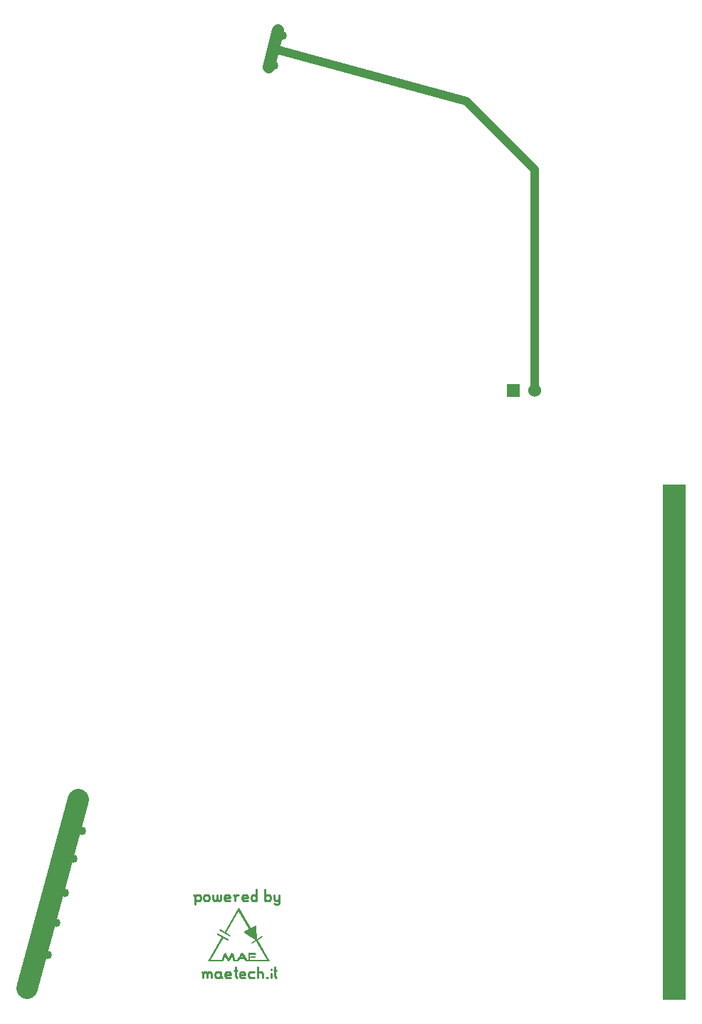
<source format=gbr>
G04 start of page 2 for group 0 idx 0 *
G04 Title: Stand for Heart, component *
G04 Creator: pcb 4.0.2 *
G04 CreationDate: Wed Apr  3 11:17:26 2019 UTC *
G04 For: alez *
G04 Format: Gerber/RS-274X *
G04 PCB-Dimensions (mil): 3346.46 4724.41 *
G04 PCB-Coordinate-Origin: lower left *
%MOIN*%
%FSLAX25Y25*%
%LNTOP*%
%ADD17C,0.0200*%
%ADD16C,0.0550*%
%ADD15C,0.1000*%
%ADD14C,0.0600*%
%ADD13C,0.0100*%
%ADD12C,0.0400*%
%ADD11C,0.0001*%
G54D11*G36*
X120862Y27650D02*Y27759D01*
X123254D01*
X123368Y26842D01*
X121084D01*
X120840Y27119D01*
X120862Y27650D01*
G37*
G36*
X116966Y29392D02*X117520Y29104D01*
X119847Y25171D01*
X118692D01*
X118019Y26289D01*
X115990D01*
X116516Y27151D01*
X117411Y27205D01*
X116972Y28030D01*
X115230Y25171D01*
X114080D01*
X115859Y28139D01*
X116299Y28893D01*
X116966Y29392D01*
G37*
G36*
X108872Y29441D02*X109284Y29224D01*
X110673Y26565D01*
X112056Y29224D01*
X112935Y29110D01*
X113906Y25155D01*
X112892D01*
X112360Y27737D01*
X111188Y25486D01*
X110277Y25296D01*
X108986Y27737D01*
X108454Y25155D01*
X107439D01*
X108259Y28529D01*
X108872Y29441D01*
G37*
G36*
X105606Y38447D02*X105779Y38398D01*
X110646Y35588D01*
X110776Y35099D01*
X110293Y34969D01*
X105421Y37779D01*
X105253Y38186D01*
X105606Y38447D01*
G37*
G36*
X106642Y40302D02*X106848Y40248D01*
X111715Y37438D01*
X111845Y36955D01*
X111362Y36825D01*
X106490Y39635D01*
X106316Y40025D01*
X106642Y40302D01*
G37*
G36*
X112789Y25925D02*X112767Y26050D01*
X115626D01*
X115214Y25155D01*
X113114D01*
X112848Y25420D01*
X112789Y25925D01*
G37*
G36*
X115604Y50328D02*X130134Y25155D01*
X118740D01*
X118241Y26050D01*
X128604D01*
X115507Y48728D01*
X109490Y38306D01*
X108660Y38658D01*
X115408Y50328D01*
X115604Y50328D01*
G37*
G36*
X119874Y29272D02*Y29381D01*
X123433D01*
X123542Y28464D01*
X120786D01*
Y26082D01*
X123433D01*
X123542Y25155D01*
X119874D01*
Y29272D01*
G37*
G36*
X126537Y36846D02*X126428Y36325D01*
X121556Y33515D01*
X121046Y33629D01*
X121203Y34128D01*
X126070Y36938D01*
X126537Y36846D01*
G37*
G36*
X123622Y42138D02*Y41744D01*
X124016Y35445D01*
Y35051D01*
X123622D01*
X118111Y38595D01*
Y39382D01*
X123229Y42138D01*
X123622D01*
G37*
G36*
X107656Y36928D02*X107673Y36955D01*
X107700Y37004D01*
X108389Y36407D01*
X102410Y26050D01*
X108503D01*
X108416Y25160D01*
X100853D01*
X107656Y36928D01*
G37*
G54D12*X131459Y452398D02*X222045Y427639D01*
G54D13*X118724Y44046D02*X126151Y31177D01*
G54D12*X222000Y427651D02*X254000Y395651D01*
Y292441D01*
G54D13*X94952Y55723D02*Y51823D01*
X94302Y56373D02*X94952Y55723D01*
X95602Y56373D01*
X96902D01*
X97552Y55723D01*
Y54423D01*
X96902Y53773D02*X97552Y54423D01*
X95602Y53773D02*X96902D01*
X94952Y54423D02*X95602Y53773D01*
X99112Y55723D02*Y54423D01*
Y55723D02*X99762Y56373D01*
X101062D01*
X101712Y55723D01*
Y54423D01*
X101062Y53773D02*X101712Y54423D01*
X99762Y53773D02*X101062D01*
X99112Y54423D02*X99762Y53773D01*
X103272Y56373D02*Y54423D01*
X103922Y53773D01*
X104572D01*
X105222Y54423D01*
Y56373D02*Y54423D01*
X105872Y53773D01*
X106522D01*
X107172Y54423D01*
Y56373D02*Y54423D01*
X109382Y53773D02*X111332D01*
X108732Y54423D02*X109382Y53773D01*
X108732Y55723D02*Y54423D01*
Y55723D02*X109382Y56373D01*
X110682D01*
X111332Y55723D01*
X108732Y55073D02*X111332D01*
Y55723D02*Y55073D01*
X113542Y55723D02*Y53773D01*
Y55723D02*X114192Y56373D01*
X115492D01*
X112892D02*X113542Y55723D01*
X117702Y53773D02*X119652D01*
X117052Y54423D02*X117702Y53773D01*
X117052Y55723D02*Y54423D01*
Y55723D02*X117702Y56373D01*
X119002D01*
X119652Y55723D01*
X117052Y55073D02*X119652D01*
Y55723D02*Y55073D01*
X123812Y58973D02*Y53773D01*
X123162D02*X123812Y54423D01*
X121862Y53773D02*X123162D01*
X121212Y54423D02*X121862Y53773D01*
X121212Y55723D02*Y54423D01*
Y55723D02*X121862Y56373D01*
X123162D01*
X123812Y55723D01*
X127712Y58973D02*Y53773D01*
Y54423D02*X128362Y53773D01*
X129662D01*
X130312Y54423D01*
Y55723D02*Y54423D01*
X129662Y56373D02*X130312Y55723D01*
X128362Y56373D02*X129662D01*
X127712Y55723D02*X128362Y56373D01*
X131872D02*Y54423D01*
X132522Y53773D01*
X134472Y56373D02*Y52473D01*
X133822Y51823D02*X134472Y52473D01*
X132522Y51823D02*X133822D01*
X131872Y52473D02*X132522Y51823D01*
Y53773D02*X133822D01*
X134472Y54423D01*
X98828Y19540D02*Y17590D01*
Y19540D02*X99478Y20190D01*
X100128D01*
X100778Y19540D01*
Y17590D01*
Y19540D02*X101428Y20190D01*
X102078D01*
X102728Y19540D01*
Y17590D01*
X98178Y20190D02*X98828Y19540D01*
X106238Y20190D02*X106888Y19540D01*
X104938Y20190D02*X106238D01*
X104288Y19540D02*X104938Y20190D01*
X104288Y19540D02*Y18240D01*
X104938Y17590D01*
X106888Y20190D02*Y18240D01*
X107538Y17590D01*
X104938D02*X106238D01*
X106888Y18240D01*
X109748Y17590D02*X111698D01*
X109098Y18240D02*X109748Y17590D01*
X109098Y19540D02*Y18240D01*
Y19540D02*X109748Y20190D01*
X111048D01*
X111698Y19540D01*
X109098Y18890D02*X111698D01*
Y19540D02*Y18890D01*
X113908Y22790D02*Y18240D01*
X114558Y17590D01*
X113258Y20840D02*X114558D01*
X116508Y17590D02*X118458D01*
X115858Y18240D02*X116508Y17590D01*
X115858Y19540D02*Y18240D01*
Y19540D02*X116508Y20190D01*
X117808D01*
X118458Y19540D01*
X115858Y18890D02*X118458D01*
Y19540D02*Y18890D01*
X120668Y20190D02*X122618D01*
X120018Y19540D02*X120668Y20190D01*
X120018Y19540D02*Y18240D01*
X120668Y17590D01*
X122618D01*
X124178Y22790D02*Y17590D01*
Y19540D02*X124828Y20190D01*
X126128D01*
X126778Y19540D01*
Y17590D01*
X128338D02*X128988D01*
X130548Y21490D02*Y21360D01*
Y19540D02*Y17590D01*
X132498Y22790D02*Y18240D01*
X133148Y17590D01*
X131848Y20840D02*X133148D01*
G54D11*G36*
X241000Y295441D02*Y289441D01*
X247000D01*
Y295441D01*
X241000D01*
G37*
G54D14*X254000Y292441D03*
G54D15*X16506Y12631D02*X40479Y101056D01*
G54D16*X129297Y443752D02*X133620Y461044D01*
G54D11*G36*
X324556Y248441D02*X314000D01*
Y7393D01*
X324556D01*
Y248441D01*
G37*
G54D12*X38000Y73441D03*
X42000Y86441D03*
X34000Y57441D03*
X30000Y43441D03*
X134000Y451441D03*
X136000Y458441D03*
X132000Y444441D03*
X26000Y28441D03*
G54D17*M02*

</source>
